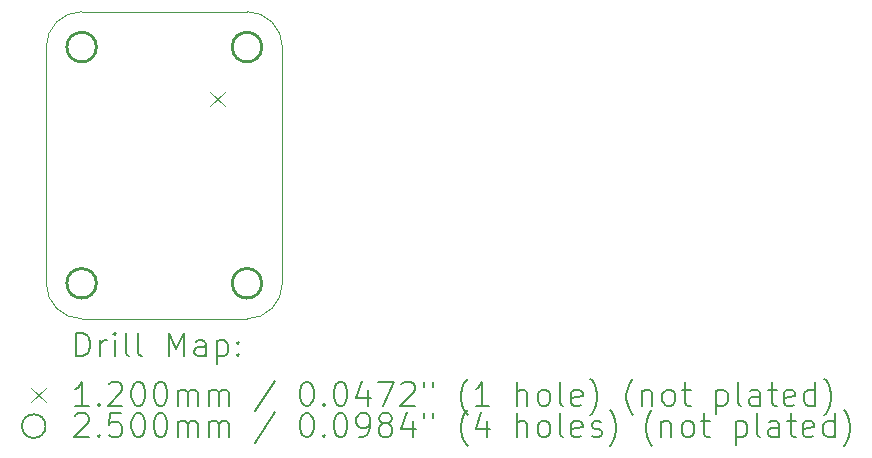
<source format=gbr>
%TF.GenerationSoftware,KiCad,Pcbnew,7.0.8*%
%TF.CreationDate,2023-12-02T16:25:20-07:00*%
%TF.ProjectId,loadcelladapter,6c6f6164-6365-46c6-9c61-646170746572,v1*%
%TF.SameCoordinates,Original*%
%TF.FileFunction,Drillmap*%
%TF.FilePolarity,Positive*%
%FSLAX45Y45*%
G04 Gerber Fmt 4.5, Leading zero omitted, Abs format (unit mm)*
G04 Created by KiCad (PCBNEW 7.0.8) date 2023-12-02 16:25:20*
%MOMM*%
%LPD*%
G01*
G04 APERTURE LIST*
%ADD10C,0.100000*%
%ADD11C,0.200000*%
%ADD12C,0.120000*%
%ADD13C,0.250000*%
G04 APERTURE END LIST*
D10*
X14100000Y-10600000D02*
X15500000Y-10600000D01*
X15800000Y-10900000D02*
X15800000Y-12900000D01*
X15500000Y-13200000D02*
X14100000Y-13200000D01*
X15500000Y-13200000D02*
G75*
G03*
X15800000Y-12900000I0J300000D01*
G01*
X14100000Y-10600000D02*
G75*
G03*
X13800000Y-10900000I0J-300000D01*
G01*
X13800000Y-12900000D02*
X13800000Y-10900000D01*
X15800000Y-10900000D02*
G75*
G03*
X15500000Y-10600000I-300000J0D01*
G01*
X13800000Y-12900000D02*
G75*
G03*
X14100000Y-13200000I300000J0D01*
G01*
D11*
D12*
X15190000Y-11280000D02*
X15310000Y-11400000D01*
X15310000Y-11280000D02*
X15190000Y-11400000D01*
D13*
X14225000Y-10900000D02*
G75*
G03*
X14225000Y-10900000I-125000J0D01*
G01*
X14225000Y-12900000D02*
G75*
G03*
X14225000Y-12900000I-125000J0D01*
G01*
X15625000Y-10900000D02*
G75*
G03*
X15625000Y-10900000I-125000J0D01*
G01*
X15625000Y-12900000D02*
G75*
G03*
X15625000Y-12900000I-125000J0D01*
G01*
D11*
X14055777Y-13516484D02*
X14055777Y-13316484D01*
X14055777Y-13316484D02*
X14103396Y-13316484D01*
X14103396Y-13316484D02*
X14131967Y-13326008D01*
X14131967Y-13326008D02*
X14151015Y-13345055D01*
X14151015Y-13345055D02*
X14160539Y-13364103D01*
X14160539Y-13364103D02*
X14170062Y-13402198D01*
X14170062Y-13402198D02*
X14170062Y-13430769D01*
X14170062Y-13430769D02*
X14160539Y-13468865D01*
X14160539Y-13468865D02*
X14151015Y-13487912D01*
X14151015Y-13487912D02*
X14131967Y-13506960D01*
X14131967Y-13506960D02*
X14103396Y-13516484D01*
X14103396Y-13516484D02*
X14055777Y-13516484D01*
X14255777Y-13516484D02*
X14255777Y-13383150D01*
X14255777Y-13421246D02*
X14265301Y-13402198D01*
X14265301Y-13402198D02*
X14274824Y-13392674D01*
X14274824Y-13392674D02*
X14293872Y-13383150D01*
X14293872Y-13383150D02*
X14312920Y-13383150D01*
X14379586Y-13516484D02*
X14379586Y-13383150D01*
X14379586Y-13316484D02*
X14370062Y-13326008D01*
X14370062Y-13326008D02*
X14379586Y-13335531D01*
X14379586Y-13335531D02*
X14389110Y-13326008D01*
X14389110Y-13326008D02*
X14379586Y-13316484D01*
X14379586Y-13316484D02*
X14379586Y-13335531D01*
X14503396Y-13516484D02*
X14484348Y-13506960D01*
X14484348Y-13506960D02*
X14474824Y-13487912D01*
X14474824Y-13487912D02*
X14474824Y-13316484D01*
X14608158Y-13516484D02*
X14589110Y-13506960D01*
X14589110Y-13506960D02*
X14579586Y-13487912D01*
X14579586Y-13487912D02*
X14579586Y-13316484D01*
X14836729Y-13516484D02*
X14836729Y-13316484D01*
X14836729Y-13316484D02*
X14903396Y-13459341D01*
X14903396Y-13459341D02*
X14970062Y-13316484D01*
X14970062Y-13316484D02*
X14970062Y-13516484D01*
X15151015Y-13516484D02*
X15151015Y-13411722D01*
X15151015Y-13411722D02*
X15141491Y-13392674D01*
X15141491Y-13392674D02*
X15122443Y-13383150D01*
X15122443Y-13383150D02*
X15084348Y-13383150D01*
X15084348Y-13383150D02*
X15065301Y-13392674D01*
X15151015Y-13506960D02*
X15131967Y-13516484D01*
X15131967Y-13516484D02*
X15084348Y-13516484D01*
X15084348Y-13516484D02*
X15065301Y-13506960D01*
X15065301Y-13506960D02*
X15055777Y-13487912D01*
X15055777Y-13487912D02*
X15055777Y-13468865D01*
X15055777Y-13468865D02*
X15065301Y-13449817D01*
X15065301Y-13449817D02*
X15084348Y-13440293D01*
X15084348Y-13440293D02*
X15131967Y-13440293D01*
X15131967Y-13440293D02*
X15151015Y-13430769D01*
X15246253Y-13383150D02*
X15246253Y-13583150D01*
X15246253Y-13392674D02*
X15265301Y-13383150D01*
X15265301Y-13383150D02*
X15303396Y-13383150D01*
X15303396Y-13383150D02*
X15322443Y-13392674D01*
X15322443Y-13392674D02*
X15331967Y-13402198D01*
X15331967Y-13402198D02*
X15341491Y-13421246D01*
X15341491Y-13421246D02*
X15341491Y-13478388D01*
X15341491Y-13478388D02*
X15331967Y-13497436D01*
X15331967Y-13497436D02*
X15322443Y-13506960D01*
X15322443Y-13506960D02*
X15303396Y-13516484D01*
X15303396Y-13516484D02*
X15265301Y-13516484D01*
X15265301Y-13516484D02*
X15246253Y-13506960D01*
X15427205Y-13497436D02*
X15436729Y-13506960D01*
X15436729Y-13506960D02*
X15427205Y-13516484D01*
X15427205Y-13516484D02*
X15417682Y-13506960D01*
X15417682Y-13506960D02*
X15427205Y-13497436D01*
X15427205Y-13497436D02*
X15427205Y-13516484D01*
X15427205Y-13392674D02*
X15436729Y-13402198D01*
X15436729Y-13402198D02*
X15427205Y-13411722D01*
X15427205Y-13411722D02*
X15417682Y-13402198D01*
X15417682Y-13402198D02*
X15427205Y-13392674D01*
X15427205Y-13392674D02*
X15427205Y-13411722D01*
D12*
X13675000Y-13785000D02*
X13795000Y-13905000D01*
X13795000Y-13785000D02*
X13675000Y-13905000D01*
D11*
X14160539Y-13936484D02*
X14046253Y-13936484D01*
X14103396Y-13936484D02*
X14103396Y-13736484D01*
X14103396Y-13736484D02*
X14084348Y-13765055D01*
X14084348Y-13765055D02*
X14065301Y-13784103D01*
X14065301Y-13784103D02*
X14046253Y-13793627D01*
X14246253Y-13917436D02*
X14255777Y-13926960D01*
X14255777Y-13926960D02*
X14246253Y-13936484D01*
X14246253Y-13936484D02*
X14236729Y-13926960D01*
X14236729Y-13926960D02*
X14246253Y-13917436D01*
X14246253Y-13917436D02*
X14246253Y-13936484D01*
X14331967Y-13755531D02*
X14341491Y-13746008D01*
X14341491Y-13746008D02*
X14360539Y-13736484D01*
X14360539Y-13736484D02*
X14408158Y-13736484D01*
X14408158Y-13736484D02*
X14427205Y-13746008D01*
X14427205Y-13746008D02*
X14436729Y-13755531D01*
X14436729Y-13755531D02*
X14446253Y-13774579D01*
X14446253Y-13774579D02*
X14446253Y-13793627D01*
X14446253Y-13793627D02*
X14436729Y-13822198D01*
X14436729Y-13822198D02*
X14322443Y-13936484D01*
X14322443Y-13936484D02*
X14446253Y-13936484D01*
X14570062Y-13736484D02*
X14589110Y-13736484D01*
X14589110Y-13736484D02*
X14608158Y-13746008D01*
X14608158Y-13746008D02*
X14617682Y-13755531D01*
X14617682Y-13755531D02*
X14627205Y-13774579D01*
X14627205Y-13774579D02*
X14636729Y-13812674D01*
X14636729Y-13812674D02*
X14636729Y-13860293D01*
X14636729Y-13860293D02*
X14627205Y-13898388D01*
X14627205Y-13898388D02*
X14617682Y-13917436D01*
X14617682Y-13917436D02*
X14608158Y-13926960D01*
X14608158Y-13926960D02*
X14589110Y-13936484D01*
X14589110Y-13936484D02*
X14570062Y-13936484D01*
X14570062Y-13936484D02*
X14551015Y-13926960D01*
X14551015Y-13926960D02*
X14541491Y-13917436D01*
X14541491Y-13917436D02*
X14531967Y-13898388D01*
X14531967Y-13898388D02*
X14522443Y-13860293D01*
X14522443Y-13860293D02*
X14522443Y-13812674D01*
X14522443Y-13812674D02*
X14531967Y-13774579D01*
X14531967Y-13774579D02*
X14541491Y-13755531D01*
X14541491Y-13755531D02*
X14551015Y-13746008D01*
X14551015Y-13746008D02*
X14570062Y-13736484D01*
X14760539Y-13736484D02*
X14779586Y-13736484D01*
X14779586Y-13736484D02*
X14798634Y-13746008D01*
X14798634Y-13746008D02*
X14808158Y-13755531D01*
X14808158Y-13755531D02*
X14817682Y-13774579D01*
X14817682Y-13774579D02*
X14827205Y-13812674D01*
X14827205Y-13812674D02*
X14827205Y-13860293D01*
X14827205Y-13860293D02*
X14817682Y-13898388D01*
X14817682Y-13898388D02*
X14808158Y-13917436D01*
X14808158Y-13917436D02*
X14798634Y-13926960D01*
X14798634Y-13926960D02*
X14779586Y-13936484D01*
X14779586Y-13936484D02*
X14760539Y-13936484D01*
X14760539Y-13936484D02*
X14741491Y-13926960D01*
X14741491Y-13926960D02*
X14731967Y-13917436D01*
X14731967Y-13917436D02*
X14722443Y-13898388D01*
X14722443Y-13898388D02*
X14712920Y-13860293D01*
X14712920Y-13860293D02*
X14712920Y-13812674D01*
X14712920Y-13812674D02*
X14722443Y-13774579D01*
X14722443Y-13774579D02*
X14731967Y-13755531D01*
X14731967Y-13755531D02*
X14741491Y-13746008D01*
X14741491Y-13746008D02*
X14760539Y-13736484D01*
X14912920Y-13936484D02*
X14912920Y-13803150D01*
X14912920Y-13822198D02*
X14922443Y-13812674D01*
X14922443Y-13812674D02*
X14941491Y-13803150D01*
X14941491Y-13803150D02*
X14970063Y-13803150D01*
X14970063Y-13803150D02*
X14989110Y-13812674D01*
X14989110Y-13812674D02*
X14998634Y-13831722D01*
X14998634Y-13831722D02*
X14998634Y-13936484D01*
X14998634Y-13831722D02*
X15008158Y-13812674D01*
X15008158Y-13812674D02*
X15027205Y-13803150D01*
X15027205Y-13803150D02*
X15055777Y-13803150D01*
X15055777Y-13803150D02*
X15074824Y-13812674D01*
X15074824Y-13812674D02*
X15084348Y-13831722D01*
X15084348Y-13831722D02*
X15084348Y-13936484D01*
X15179586Y-13936484D02*
X15179586Y-13803150D01*
X15179586Y-13822198D02*
X15189110Y-13812674D01*
X15189110Y-13812674D02*
X15208158Y-13803150D01*
X15208158Y-13803150D02*
X15236729Y-13803150D01*
X15236729Y-13803150D02*
X15255777Y-13812674D01*
X15255777Y-13812674D02*
X15265301Y-13831722D01*
X15265301Y-13831722D02*
X15265301Y-13936484D01*
X15265301Y-13831722D02*
X15274824Y-13812674D01*
X15274824Y-13812674D02*
X15293872Y-13803150D01*
X15293872Y-13803150D02*
X15322443Y-13803150D01*
X15322443Y-13803150D02*
X15341491Y-13812674D01*
X15341491Y-13812674D02*
X15351015Y-13831722D01*
X15351015Y-13831722D02*
X15351015Y-13936484D01*
X15741491Y-13726960D02*
X15570063Y-13984103D01*
X15998634Y-13736484D02*
X16017682Y-13736484D01*
X16017682Y-13736484D02*
X16036729Y-13746008D01*
X16036729Y-13746008D02*
X16046253Y-13755531D01*
X16046253Y-13755531D02*
X16055777Y-13774579D01*
X16055777Y-13774579D02*
X16065301Y-13812674D01*
X16065301Y-13812674D02*
X16065301Y-13860293D01*
X16065301Y-13860293D02*
X16055777Y-13898388D01*
X16055777Y-13898388D02*
X16046253Y-13917436D01*
X16046253Y-13917436D02*
X16036729Y-13926960D01*
X16036729Y-13926960D02*
X16017682Y-13936484D01*
X16017682Y-13936484D02*
X15998634Y-13936484D01*
X15998634Y-13936484D02*
X15979586Y-13926960D01*
X15979586Y-13926960D02*
X15970063Y-13917436D01*
X15970063Y-13917436D02*
X15960539Y-13898388D01*
X15960539Y-13898388D02*
X15951015Y-13860293D01*
X15951015Y-13860293D02*
X15951015Y-13812674D01*
X15951015Y-13812674D02*
X15960539Y-13774579D01*
X15960539Y-13774579D02*
X15970063Y-13755531D01*
X15970063Y-13755531D02*
X15979586Y-13746008D01*
X15979586Y-13746008D02*
X15998634Y-13736484D01*
X16151015Y-13917436D02*
X16160539Y-13926960D01*
X16160539Y-13926960D02*
X16151015Y-13936484D01*
X16151015Y-13936484D02*
X16141491Y-13926960D01*
X16141491Y-13926960D02*
X16151015Y-13917436D01*
X16151015Y-13917436D02*
X16151015Y-13936484D01*
X16284348Y-13736484D02*
X16303396Y-13736484D01*
X16303396Y-13736484D02*
X16322444Y-13746008D01*
X16322444Y-13746008D02*
X16331967Y-13755531D01*
X16331967Y-13755531D02*
X16341491Y-13774579D01*
X16341491Y-13774579D02*
X16351015Y-13812674D01*
X16351015Y-13812674D02*
X16351015Y-13860293D01*
X16351015Y-13860293D02*
X16341491Y-13898388D01*
X16341491Y-13898388D02*
X16331967Y-13917436D01*
X16331967Y-13917436D02*
X16322444Y-13926960D01*
X16322444Y-13926960D02*
X16303396Y-13936484D01*
X16303396Y-13936484D02*
X16284348Y-13936484D01*
X16284348Y-13936484D02*
X16265301Y-13926960D01*
X16265301Y-13926960D02*
X16255777Y-13917436D01*
X16255777Y-13917436D02*
X16246253Y-13898388D01*
X16246253Y-13898388D02*
X16236729Y-13860293D01*
X16236729Y-13860293D02*
X16236729Y-13812674D01*
X16236729Y-13812674D02*
X16246253Y-13774579D01*
X16246253Y-13774579D02*
X16255777Y-13755531D01*
X16255777Y-13755531D02*
X16265301Y-13746008D01*
X16265301Y-13746008D02*
X16284348Y-13736484D01*
X16522444Y-13803150D02*
X16522444Y-13936484D01*
X16474825Y-13726960D02*
X16427206Y-13869817D01*
X16427206Y-13869817D02*
X16551015Y-13869817D01*
X16608158Y-13736484D02*
X16741491Y-13736484D01*
X16741491Y-13736484D02*
X16655777Y-13936484D01*
X16808158Y-13755531D02*
X16817682Y-13746008D01*
X16817682Y-13746008D02*
X16836729Y-13736484D01*
X16836729Y-13736484D02*
X16884349Y-13736484D01*
X16884349Y-13736484D02*
X16903396Y-13746008D01*
X16903396Y-13746008D02*
X16912920Y-13755531D01*
X16912920Y-13755531D02*
X16922444Y-13774579D01*
X16922444Y-13774579D02*
X16922444Y-13793627D01*
X16922444Y-13793627D02*
X16912920Y-13822198D01*
X16912920Y-13822198D02*
X16798634Y-13936484D01*
X16798634Y-13936484D02*
X16922444Y-13936484D01*
X16998634Y-13736484D02*
X16998634Y-13774579D01*
X17074825Y-13736484D02*
X17074825Y-13774579D01*
X17370063Y-14012674D02*
X17360539Y-14003150D01*
X17360539Y-14003150D02*
X17341491Y-13974579D01*
X17341491Y-13974579D02*
X17331968Y-13955531D01*
X17331968Y-13955531D02*
X17322444Y-13926960D01*
X17322444Y-13926960D02*
X17312920Y-13879341D01*
X17312920Y-13879341D02*
X17312920Y-13841246D01*
X17312920Y-13841246D02*
X17322444Y-13793627D01*
X17322444Y-13793627D02*
X17331968Y-13765055D01*
X17331968Y-13765055D02*
X17341491Y-13746008D01*
X17341491Y-13746008D02*
X17360539Y-13717436D01*
X17360539Y-13717436D02*
X17370063Y-13707912D01*
X17551015Y-13936484D02*
X17436730Y-13936484D01*
X17493872Y-13936484D02*
X17493872Y-13736484D01*
X17493872Y-13736484D02*
X17474825Y-13765055D01*
X17474825Y-13765055D02*
X17455777Y-13784103D01*
X17455777Y-13784103D02*
X17436730Y-13793627D01*
X17789111Y-13936484D02*
X17789111Y-13736484D01*
X17874825Y-13936484D02*
X17874825Y-13831722D01*
X17874825Y-13831722D02*
X17865301Y-13812674D01*
X17865301Y-13812674D02*
X17846253Y-13803150D01*
X17846253Y-13803150D02*
X17817682Y-13803150D01*
X17817682Y-13803150D02*
X17798634Y-13812674D01*
X17798634Y-13812674D02*
X17789111Y-13822198D01*
X17998634Y-13936484D02*
X17979587Y-13926960D01*
X17979587Y-13926960D02*
X17970063Y-13917436D01*
X17970063Y-13917436D02*
X17960539Y-13898388D01*
X17960539Y-13898388D02*
X17960539Y-13841246D01*
X17960539Y-13841246D02*
X17970063Y-13822198D01*
X17970063Y-13822198D02*
X17979587Y-13812674D01*
X17979587Y-13812674D02*
X17998634Y-13803150D01*
X17998634Y-13803150D02*
X18027206Y-13803150D01*
X18027206Y-13803150D02*
X18046253Y-13812674D01*
X18046253Y-13812674D02*
X18055777Y-13822198D01*
X18055777Y-13822198D02*
X18065301Y-13841246D01*
X18065301Y-13841246D02*
X18065301Y-13898388D01*
X18065301Y-13898388D02*
X18055777Y-13917436D01*
X18055777Y-13917436D02*
X18046253Y-13926960D01*
X18046253Y-13926960D02*
X18027206Y-13936484D01*
X18027206Y-13936484D02*
X17998634Y-13936484D01*
X18179587Y-13936484D02*
X18160539Y-13926960D01*
X18160539Y-13926960D02*
X18151015Y-13907912D01*
X18151015Y-13907912D02*
X18151015Y-13736484D01*
X18331968Y-13926960D02*
X18312920Y-13936484D01*
X18312920Y-13936484D02*
X18274825Y-13936484D01*
X18274825Y-13936484D02*
X18255777Y-13926960D01*
X18255777Y-13926960D02*
X18246253Y-13907912D01*
X18246253Y-13907912D02*
X18246253Y-13831722D01*
X18246253Y-13831722D02*
X18255777Y-13812674D01*
X18255777Y-13812674D02*
X18274825Y-13803150D01*
X18274825Y-13803150D02*
X18312920Y-13803150D01*
X18312920Y-13803150D02*
X18331968Y-13812674D01*
X18331968Y-13812674D02*
X18341492Y-13831722D01*
X18341492Y-13831722D02*
X18341492Y-13850769D01*
X18341492Y-13850769D02*
X18246253Y-13869817D01*
X18408158Y-14012674D02*
X18417682Y-14003150D01*
X18417682Y-14003150D02*
X18436730Y-13974579D01*
X18436730Y-13974579D02*
X18446253Y-13955531D01*
X18446253Y-13955531D02*
X18455777Y-13926960D01*
X18455777Y-13926960D02*
X18465301Y-13879341D01*
X18465301Y-13879341D02*
X18465301Y-13841246D01*
X18465301Y-13841246D02*
X18455777Y-13793627D01*
X18455777Y-13793627D02*
X18446253Y-13765055D01*
X18446253Y-13765055D02*
X18436730Y-13746008D01*
X18436730Y-13746008D02*
X18417682Y-13717436D01*
X18417682Y-13717436D02*
X18408158Y-13707912D01*
X18770063Y-14012674D02*
X18760539Y-14003150D01*
X18760539Y-14003150D02*
X18741492Y-13974579D01*
X18741492Y-13974579D02*
X18731968Y-13955531D01*
X18731968Y-13955531D02*
X18722444Y-13926960D01*
X18722444Y-13926960D02*
X18712920Y-13879341D01*
X18712920Y-13879341D02*
X18712920Y-13841246D01*
X18712920Y-13841246D02*
X18722444Y-13793627D01*
X18722444Y-13793627D02*
X18731968Y-13765055D01*
X18731968Y-13765055D02*
X18741492Y-13746008D01*
X18741492Y-13746008D02*
X18760539Y-13717436D01*
X18760539Y-13717436D02*
X18770063Y-13707912D01*
X18846253Y-13803150D02*
X18846253Y-13936484D01*
X18846253Y-13822198D02*
X18855777Y-13812674D01*
X18855777Y-13812674D02*
X18874825Y-13803150D01*
X18874825Y-13803150D02*
X18903396Y-13803150D01*
X18903396Y-13803150D02*
X18922444Y-13812674D01*
X18922444Y-13812674D02*
X18931968Y-13831722D01*
X18931968Y-13831722D02*
X18931968Y-13936484D01*
X19055777Y-13936484D02*
X19036730Y-13926960D01*
X19036730Y-13926960D02*
X19027206Y-13917436D01*
X19027206Y-13917436D02*
X19017682Y-13898388D01*
X19017682Y-13898388D02*
X19017682Y-13841246D01*
X19017682Y-13841246D02*
X19027206Y-13822198D01*
X19027206Y-13822198D02*
X19036730Y-13812674D01*
X19036730Y-13812674D02*
X19055777Y-13803150D01*
X19055777Y-13803150D02*
X19084349Y-13803150D01*
X19084349Y-13803150D02*
X19103396Y-13812674D01*
X19103396Y-13812674D02*
X19112920Y-13822198D01*
X19112920Y-13822198D02*
X19122444Y-13841246D01*
X19122444Y-13841246D02*
X19122444Y-13898388D01*
X19122444Y-13898388D02*
X19112920Y-13917436D01*
X19112920Y-13917436D02*
X19103396Y-13926960D01*
X19103396Y-13926960D02*
X19084349Y-13936484D01*
X19084349Y-13936484D02*
X19055777Y-13936484D01*
X19179587Y-13803150D02*
X19255777Y-13803150D01*
X19208158Y-13736484D02*
X19208158Y-13907912D01*
X19208158Y-13907912D02*
X19217682Y-13926960D01*
X19217682Y-13926960D02*
X19236730Y-13936484D01*
X19236730Y-13936484D02*
X19255777Y-13936484D01*
X19474825Y-13803150D02*
X19474825Y-14003150D01*
X19474825Y-13812674D02*
X19493873Y-13803150D01*
X19493873Y-13803150D02*
X19531968Y-13803150D01*
X19531968Y-13803150D02*
X19551015Y-13812674D01*
X19551015Y-13812674D02*
X19560539Y-13822198D01*
X19560539Y-13822198D02*
X19570063Y-13841246D01*
X19570063Y-13841246D02*
X19570063Y-13898388D01*
X19570063Y-13898388D02*
X19560539Y-13917436D01*
X19560539Y-13917436D02*
X19551015Y-13926960D01*
X19551015Y-13926960D02*
X19531968Y-13936484D01*
X19531968Y-13936484D02*
X19493873Y-13936484D01*
X19493873Y-13936484D02*
X19474825Y-13926960D01*
X19684349Y-13936484D02*
X19665301Y-13926960D01*
X19665301Y-13926960D02*
X19655777Y-13907912D01*
X19655777Y-13907912D02*
X19655777Y-13736484D01*
X19846254Y-13936484D02*
X19846254Y-13831722D01*
X19846254Y-13831722D02*
X19836730Y-13812674D01*
X19836730Y-13812674D02*
X19817682Y-13803150D01*
X19817682Y-13803150D02*
X19779587Y-13803150D01*
X19779587Y-13803150D02*
X19760539Y-13812674D01*
X19846254Y-13926960D02*
X19827206Y-13936484D01*
X19827206Y-13936484D02*
X19779587Y-13936484D01*
X19779587Y-13936484D02*
X19760539Y-13926960D01*
X19760539Y-13926960D02*
X19751015Y-13907912D01*
X19751015Y-13907912D02*
X19751015Y-13888865D01*
X19751015Y-13888865D02*
X19760539Y-13869817D01*
X19760539Y-13869817D02*
X19779587Y-13860293D01*
X19779587Y-13860293D02*
X19827206Y-13860293D01*
X19827206Y-13860293D02*
X19846254Y-13850769D01*
X19912920Y-13803150D02*
X19989111Y-13803150D01*
X19941492Y-13736484D02*
X19941492Y-13907912D01*
X19941492Y-13907912D02*
X19951015Y-13926960D01*
X19951015Y-13926960D02*
X19970063Y-13936484D01*
X19970063Y-13936484D02*
X19989111Y-13936484D01*
X20131968Y-13926960D02*
X20112920Y-13936484D01*
X20112920Y-13936484D02*
X20074825Y-13936484D01*
X20074825Y-13936484D02*
X20055777Y-13926960D01*
X20055777Y-13926960D02*
X20046254Y-13907912D01*
X20046254Y-13907912D02*
X20046254Y-13831722D01*
X20046254Y-13831722D02*
X20055777Y-13812674D01*
X20055777Y-13812674D02*
X20074825Y-13803150D01*
X20074825Y-13803150D02*
X20112920Y-13803150D01*
X20112920Y-13803150D02*
X20131968Y-13812674D01*
X20131968Y-13812674D02*
X20141492Y-13831722D01*
X20141492Y-13831722D02*
X20141492Y-13850769D01*
X20141492Y-13850769D02*
X20046254Y-13869817D01*
X20312920Y-13936484D02*
X20312920Y-13736484D01*
X20312920Y-13926960D02*
X20293873Y-13936484D01*
X20293873Y-13936484D02*
X20255777Y-13936484D01*
X20255777Y-13936484D02*
X20236730Y-13926960D01*
X20236730Y-13926960D02*
X20227206Y-13917436D01*
X20227206Y-13917436D02*
X20217682Y-13898388D01*
X20217682Y-13898388D02*
X20217682Y-13841246D01*
X20217682Y-13841246D02*
X20227206Y-13822198D01*
X20227206Y-13822198D02*
X20236730Y-13812674D01*
X20236730Y-13812674D02*
X20255777Y-13803150D01*
X20255777Y-13803150D02*
X20293873Y-13803150D01*
X20293873Y-13803150D02*
X20312920Y-13812674D01*
X20389111Y-14012674D02*
X20398635Y-14003150D01*
X20398635Y-14003150D02*
X20417682Y-13974579D01*
X20417682Y-13974579D02*
X20427206Y-13955531D01*
X20427206Y-13955531D02*
X20436730Y-13926960D01*
X20436730Y-13926960D02*
X20446254Y-13879341D01*
X20446254Y-13879341D02*
X20446254Y-13841246D01*
X20446254Y-13841246D02*
X20436730Y-13793627D01*
X20436730Y-13793627D02*
X20427206Y-13765055D01*
X20427206Y-13765055D02*
X20417682Y-13746008D01*
X20417682Y-13746008D02*
X20398635Y-13717436D01*
X20398635Y-13717436D02*
X20389111Y-13707912D01*
X13795000Y-14109000D02*
G75*
G03*
X13795000Y-14109000I-100000J0D01*
G01*
X14046253Y-14019531D02*
X14055777Y-14010008D01*
X14055777Y-14010008D02*
X14074824Y-14000484D01*
X14074824Y-14000484D02*
X14122443Y-14000484D01*
X14122443Y-14000484D02*
X14141491Y-14010008D01*
X14141491Y-14010008D02*
X14151015Y-14019531D01*
X14151015Y-14019531D02*
X14160539Y-14038579D01*
X14160539Y-14038579D02*
X14160539Y-14057627D01*
X14160539Y-14057627D02*
X14151015Y-14086198D01*
X14151015Y-14086198D02*
X14036729Y-14200484D01*
X14036729Y-14200484D02*
X14160539Y-14200484D01*
X14246253Y-14181436D02*
X14255777Y-14190960D01*
X14255777Y-14190960D02*
X14246253Y-14200484D01*
X14246253Y-14200484D02*
X14236729Y-14190960D01*
X14236729Y-14190960D02*
X14246253Y-14181436D01*
X14246253Y-14181436D02*
X14246253Y-14200484D01*
X14436729Y-14000484D02*
X14341491Y-14000484D01*
X14341491Y-14000484D02*
X14331967Y-14095722D01*
X14331967Y-14095722D02*
X14341491Y-14086198D01*
X14341491Y-14086198D02*
X14360539Y-14076674D01*
X14360539Y-14076674D02*
X14408158Y-14076674D01*
X14408158Y-14076674D02*
X14427205Y-14086198D01*
X14427205Y-14086198D02*
X14436729Y-14095722D01*
X14436729Y-14095722D02*
X14446253Y-14114769D01*
X14446253Y-14114769D02*
X14446253Y-14162388D01*
X14446253Y-14162388D02*
X14436729Y-14181436D01*
X14436729Y-14181436D02*
X14427205Y-14190960D01*
X14427205Y-14190960D02*
X14408158Y-14200484D01*
X14408158Y-14200484D02*
X14360539Y-14200484D01*
X14360539Y-14200484D02*
X14341491Y-14190960D01*
X14341491Y-14190960D02*
X14331967Y-14181436D01*
X14570062Y-14000484D02*
X14589110Y-14000484D01*
X14589110Y-14000484D02*
X14608158Y-14010008D01*
X14608158Y-14010008D02*
X14617682Y-14019531D01*
X14617682Y-14019531D02*
X14627205Y-14038579D01*
X14627205Y-14038579D02*
X14636729Y-14076674D01*
X14636729Y-14076674D02*
X14636729Y-14124293D01*
X14636729Y-14124293D02*
X14627205Y-14162388D01*
X14627205Y-14162388D02*
X14617682Y-14181436D01*
X14617682Y-14181436D02*
X14608158Y-14190960D01*
X14608158Y-14190960D02*
X14589110Y-14200484D01*
X14589110Y-14200484D02*
X14570062Y-14200484D01*
X14570062Y-14200484D02*
X14551015Y-14190960D01*
X14551015Y-14190960D02*
X14541491Y-14181436D01*
X14541491Y-14181436D02*
X14531967Y-14162388D01*
X14531967Y-14162388D02*
X14522443Y-14124293D01*
X14522443Y-14124293D02*
X14522443Y-14076674D01*
X14522443Y-14076674D02*
X14531967Y-14038579D01*
X14531967Y-14038579D02*
X14541491Y-14019531D01*
X14541491Y-14019531D02*
X14551015Y-14010008D01*
X14551015Y-14010008D02*
X14570062Y-14000484D01*
X14760539Y-14000484D02*
X14779586Y-14000484D01*
X14779586Y-14000484D02*
X14798634Y-14010008D01*
X14798634Y-14010008D02*
X14808158Y-14019531D01*
X14808158Y-14019531D02*
X14817682Y-14038579D01*
X14817682Y-14038579D02*
X14827205Y-14076674D01*
X14827205Y-14076674D02*
X14827205Y-14124293D01*
X14827205Y-14124293D02*
X14817682Y-14162388D01*
X14817682Y-14162388D02*
X14808158Y-14181436D01*
X14808158Y-14181436D02*
X14798634Y-14190960D01*
X14798634Y-14190960D02*
X14779586Y-14200484D01*
X14779586Y-14200484D02*
X14760539Y-14200484D01*
X14760539Y-14200484D02*
X14741491Y-14190960D01*
X14741491Y-14190960D02*
X14731967Y-14181436D01*
X14731967Y-14181436D02*
X14722443Y-14162388D01*
X14722443Y-14162388D02*
X14712920Y-14124293D01*
X14712920Y-14124293D02*
X14712920Y-14076674D01*
X14712920Y-14076674D02*
X14722443Y-14038579D01*
X14722443Y-14038579D02*
X14731967Y-14019531D01*
X14731967Y-14019531D02*
X14741491Y-14010008D01*
X14741491Y-14010008D02*
X14760539Y-14000484D01*
X14912920Y-14200484D02*
X14912920Y-14067150D01*
X14912920Y-14086198D02*
X14922443Y-14076674D01*
X14922443Y-14076674D02*
X14941491Y-14067150D01*
X14941491Y-14067150D02*
X14970063Y-14067150D01*
X14970063Y-14067150D02*
X14989110Y-14076674D01*
X14989110Y-14076674D02*
X14998634Y-14095722D01*
X14998634Y-14095722D02*
X14998634Y-14200484D01*
X14998634Y-14095722D02*
X15008158Y-14076674D01*
X15008158Y-14076674D02*
X15027205Y-14067150D01*
X15027205Y-14067150D02*
X15055777Y-14067150D01*
X15055777Y-14067150D02*
X15074824Y-14076674D01*
X15074824Y-14076674D02*
X15084348Y-14095722D01*
X15084348Y-14095722D02*
X15084348Y-14200484D01*
X15179586Y-14200484D02*
X15179586Y-14067150D01*
X15179586Y-14086198D02*
X15189110Y-14076674D01*
X15189110Y-14076674D02*
X15208158Y-14067150D01*
X15208158Y-14067150D02*
X15236729Y-14067150D01*
X15236729Y-14067150D02*
X15255777Y-14076674D01*
X15255777Y-14076674D02*
X15265301Y-14095722D01*
X15265301Y-14095722D02*
X15265301Y-14200484D01*
X15265301Y-14095722D02*
X15274824Y-14076674D01*
X15274824Y-14076674D02*
X15293872Y-14067150D01*
X15293872Y-14067150D02*
X15322443Y-14067150D01*
X15322443Y-14067150D02*
X15341491Y-14076674D01*
X15341491Y-14076674D02*
X15351015Y-14095722D01*
X15351015Y-14095722D02*
X15351015Y-14200484D01*
X15741491Y-13990960D02*
X15570063Y-14248103D01*
X15998634Y-14000484D02*
X16017682Y-14000484D01*
X16017682Y-14000484D02*
X16036729Y-14010008D01*
X16036729Y-14010008D02*
X16046253Y-14019531D01*
X16046253Y-14019531D02*
X16055777Y-14038579D01*
X16055777Y-14038579D02*
X16065301Y-14076674D01*
X16065301Y-14076674D02*
X16065301Y-14124293D01*
X16065301Y-14124293D02*
X16055777Y-14162388D01*
X16055777Y-14162388D02*
X16046253Y-14181436D01*
X16046253Y-14181436D02*
X16036729Y-14190960D01*
X16036729Y-14190960D02*
X16017682Y-14200484D01*
X16017682Y-14200484D02*
X15998634Y-14200484D01*
X15998634Y-14200484D02*
X15979586Y-14190960D01*
X15979586Y-14190960D02*
X15970063Y-14181436D01*
X15970063Y-14181436D02*
X15960539Y-14162388D01*
X15960539Y-14162388D02*
X15951015Y-14124293D01*
X15951015Y-14124293D02*
X15951015Y-14076674D01*
X15951015Y-14076674D02*
X15960539Y-14038579D01*
X15960539Y-14038579D02*
X15970063Y-14019531D01*
X15970063Y-14019531D02*
X15979586Y-14010008D01*
X15979586Y-14010008D02*
X15998634Y-14000484D01*
X16151015Y-14181436D02*
X16160539Y-14190960D01*
X16160539Y-14190960D02*
X16151015Y-14200484D01*
X16151015Y-14200484D02*
X16141491Y-14190960D01*
X16141491Y-14190960D02*
X16151015Y-14181436D01*
X16151015Y-14181436D02*
X16151015Y-14200484D01*
X16284348Y-14000484D02*
X16303396Y-14000484D01*
X16303396Y-14000484D02*
X16322444Y-14010008D01*
X16322444Y-14010008D02*
X16331967Y-14019531D01*
X16331967Y-14019531D02*
X16341491Y-14038579D01*
X16341491Y-14038579D02*
X16351015Y-14076674D01*
X16351015Y-14076674D02*
X16351015Y-14124293D01*
X16351015Y-14124293D02*
X16341491Y-14162388D01*
X16341491Y-14162388D02*
X16331967Y-14181436D01*
X16331967Y-14181436D02*
X16322444Y-14190960D01*
X16322444Y-14190960D02*
X16303396Y-14200484D01*
X16303396Y-14200484D02*
X16284348Y-14200484D01*
X16284348Y-14200484D02*
X16265301Y-14190960D01*
X16265301Y-14190960D02*
X16255777Y-14181436D01*
X16255777Y-14181436D02*
X16246253Y-14162388D01*
X16246253Y-14162388D02*
X16236729Y-14124293D01*
X16236729Y-14124293D02*
X16236729Y-14076674D01*
X16236729Y-14076674D02*
X16246253Y-14038579D01*
X16246253Y-14038579D02*
X16255777Y-14019531D01*
X16255777Y-14019531D02*
X16265301Y-14010008D01*
X16265301Y-14010008D02*
X16284348Y-14000484D01*
X16446253Y-14200484D02*
X16484348Y-14200484D01*
X16484348Y-14200484D02*
X16503396Y-14190960D01*
X16503396Y-14190960D02*
X16512920Y-14181436D01*
X16512920Y-14181436D02*
X16531967Y-14152865D01*
X16531967Y-14152865D02*
X16541491Y-14114769D01*
X16541491Y-14114769D02*
X16541491Y-14038579D01*
X16541491Y-14038579D02*
X16531967Y-14019531D01*
X16531967Y-14019531D02*
X16522444Y-14010008D01*
X16522444Y-14010008D02*
X16503396Y-14000484D01*
X16503396Y-14000484D02*
X16465301Y-14000484D01*
X16465301Y-14000484D02*
X16446253Y-14010008D01*
X16446253Y-14010008D02*
X16436729Y-14019531D01*
X16436729Y-14019531D02*
X16427206Y-14038579D01*
X16427206Y-14038579D02*
X16427206Y-14086198D01*
X16427206Y-14086198D02*
X16436729Y-14105246D01*
X16436729Y-14105246D02*
X16446253Y-14114769D01*
X16446253Y-14114769D02*
X16465301Y-14124293D01*
X16465301Y-14124293D02*
X16503396Y-14124293D01*
X16503396Y-14124293D02*
X16522444Y-14114769D01*
X16522444Y-14114769D02*
X16531967Y-14105246D01*
X16531967Y-14105246D02*
X16541491Y-14086198D01*
X16655777Y-14086198D02*
X16636729Y-14076674D01*
X16636729Y-14076674D02*
X16627206Y-14067150D01*
X16627206Y-14067150D02*
X16617682Y-14048103D01*
X16617682Y-14048103D02*
X16617682Y-14038579D01*
X16617682Y-14038579D02*
X16627206Y-14019531D01*
X16627206Y-14019531D02*
X16636729Y-14010008D01*
X16636729Y-14010008D02*
X16655777Y-14000484D01*
X16655777Y-14000484D02*
X16693872Y-14000484D01*
X16693872Y-14000484D02*
X16712920Y-14010008D01*
X16712920Y-14010008D02*
X16722444Y-14019531D01*
X16722444Y-14019531D02*
X16731967Y-14038579D01*
X16731967Y-14038579D02*
X16731967Y-14048103D01*
X16731967Y-14048103D02*
X16722444Y-14067150D01*
X16722444Y-14067150D02*
X16712920Y-14076674D01*
X16712920Y-14076674D02*
X16693872Y-14086198D01*
X16693872Y-14086198D02*
X16655777Y-14086198D01*
X16655777Y-14086198D02*
X16636729Y-14095722D01*
X16636729Y-14095722D02*
X16627206Y-14105246D01*
X16627206Y-14105246D02*
X16617682Y-14124293D01*
X16617682Y-14124293D02*
X16617682Y-14162388D01*
X16617682Y-14162388D02*
X16627206Y-14181436D01*
X16627206Y-14181436D02*
X16636729Y-14190960D01*
X16636729Y-14190960D02*
X16655777Y-14200484D01*
X16655777Y-14200484D02*
X16693872Y-14200484D01*
X16693872Y-14200484D02*
X16712920Y-14190960D01*
X16712920Y-14190960D02*
X16722444Y-14181436D01*
X16722444Y-14181436D02*
X16731967Y-14162388D01*
X16731967Y-14162388D02*
X16731967Y-14124293D01*
X16731967Y-14124293D02*
X16722444Y-14105246D01*
X16722444Y-14105246D02*
X16712920Y-14095722D01*
X16712920Y-14095722D02*
X16693872Y-14086198D01*
X16903396Y-14067150D02*
X16903396Y-14200484D01*
X16855777Y-13990960D02*
X16808158Y-14133817D01*
X16808158Y-14133817D02*
X16931968Y-14133817D01*
X16998634Y-14000484D02*
X16998634Y-14038579D01*
X17074825Y-14000484D02*
X17074825Y-14038579D01*
X17370063Y-14276674D02*
X17360539Y-14267150D01*
X17360539Y-14267150D02*
X17341491Y-14238579D01*
X17341491Y-14238579D02*
X17331968Y-14219531D01*
X17331968Y-14219531D02*
X17322444Y-14190960D01*
X17322444Y-14190960D02*
X17312920Y-14143341D01*
X17312920Y-14143341D02*
X17312920Y-14105246D01*
X17312920Y-14105246D02*
X17322444Y-14057627D01*
X17322444Y-14057627D02*
X17331968Y-14029055D01*
X17331968Y-14029055D02*
X17341491Y-14010008D01*
X17341491Y-14010008D02*
X17360539Y-13981436D01*
X17360539Y-13981436D02*
X17370063Y-13971912D01*
X17531968Y-14067150D02*
X17531968Y-14200484D01*
X17484349Y-13990960D02*
X17436730Y-14133817D01*
X17436730Y-14133817D02*
X17560539Y-14133817D01*
X17789111Y-14200484D02*
X17789111Y-14000484D01*
X17874825Y-14200484D02*
X17874825Y-14095722D01*
X17874825Y-14095722D02*
X17865301Y-14076674D01*
X17865301Y-14076674D02*
X17846253Y-14067150D01*
X17846253Y-14067150D02*
X17817682Y-14067150D01*
X17817682Y-14067150D02*
X17798634Y-14076674D01*
X17798634Y-14076674D02*
X17789111Y-14086198D01*
X17998634Y-14200484D02*
X17979587Y-14190960D01*
X17979587Y-14190960D02*
X17970063Y-14181436D01*
X17970063Y-14181436D02*
X17960539Y-14162388D01*
X17960539Y-14162388D02*
X17960539Y-14105246D01*
X17960539Y-14105246D02*
X17970063Y-14086198D01*
X17970063Y-14086198D02*
X17979587Y-14076674D01*
X17979587Y-14076674D02*
X17998634Y-14067150D01*
X17998634Y-14067150D02*
X18027206Y-14067150D01*
X18027206Y-14067150D02*
X18046253Y-14076674D01*
X18046253Y-14076674D02*
X18055777Y-14086198D01*
X18055777Y-14086198D02*
X18065301Y-14105246D01*
X18065301Y-14105246D02*
X18065301Y-14162388D01*
X18065301Y-14162388D02*
X18055777Y-14181436D01*
X18055777Y-14181436D02*
X18046253Y-14190960D01*
X18046253Y-14190960D02*
X18027206Y-14200484D01*
X18027206Y-14200484D02*
X17998634Y-14200484D01*
X18179587Y-14200484D02*
X18160539Y-14190960D01*
X18160539Y-14190960D02*
X18151015Y-14171912D01*
X18151015Y-14171912D02*
X18151015Y-14000484D01*
X18331968Y-14190960D02*
X18312920Y-14200484D01*
X18312920Y-14200484D02*
X18274825Y-14200484D01*
X18274825Y-14200484D02*
X18255777Y-14190960D01*
X18255777Y-14190960D02*
X18246253Y-14171912D01*
X18246253Y-14171912D02*
X18246253Y-14095722D01*
X18246253Y-14095722D02*
X18255777Y-14076674D01*
X18255777Y-14076674D02*
X18274825Y-14067150D01*
X18274825Y-14067150D02*
X18312920Y-14067150D01*
X18312920Y-14067150D02*
X18331968Y-14076674D01*
X18331968Y-14076674D02*
X18341492Y-14095722D01*
X18341492Y-14095722D02*
X18341492Y-14114769D01*
X18341492Y-14114769D02*
X18246253Y-14133817D01*
X18417682Y-14190960D02*
X18436730Y-14200484D01*
X18436730Y-14200484D02*
X18474825Y-14200484D01*
X18474825Y-14200484D02*
X18493873Y-14190960D01*
X18493873Y-14190960D02*
X18503396Y-14171912D01*
X18503396Y-14171912D02*
X18503396Y-14162388D01*
X18503396Y-14162388D02*
X18493873Y-14143341D01*
X18493873Y-14143341D02*
X18474825Y-14133817D01*
X18474825Y-14133817D02*
X18446253Y-14133817D01*
X18446253Y-14133817D02*
X18427206Y-14124293D01*
X18427206Y-14124293D02*
X18417682Y-14105246D01*
X18417682Y-14105246D02*
X18417682Y-14095722D01*
X18417682Y-14095722D02*
X18427206Y-14076674D01*
X18427206Y-14076674D02*
X18446253Y-14067150D01*
X18446253Y-14067150D02*
X18474825Y-14067150D01*
X18474825Y-14067150D02*
X18493873Y-14076674D01*
X18570063Y-14276674D02*
X18579587Y-14267150D01*
X18579587Y-14267150D02*
X18598634Y-14238579D01*
X18598634Y-14238579D02*
X18608158Y-14219531D01*
X18608158Y-14219531D02*
X18617682Y-14190960D01*
X18617682Y-14190960D02*
X18627206Y-14143341D01*
X18627206Y-14143341D02*
X18627206Y-14105246D01*
X18627206Y-14105246D02*
X18617682Y-14057627D01*
X18617682Y-14057627D02*
X18608158Y-14029055D01*
X18608158Y-14029055D02*
X18598634Y-14010008D01*
X18598634Y-14010008D02*
X18579587Y-13981436D01*
X18579587Y-13981436D02*
X18570063Y-13971912D01*
X18931968Y-14276674D02*
X18922444Y-14267150D01*
X18922444Y-14267150D02*
X18903396Y-14238579D01*
X18903396Y-14238579D02*
X18893873Y-14219531D01*
X18893873Y-14219531D02*
X18884349Y-14190960D01*
X18884349Y-14190960D02*
X18874825Y-14143341D01*
X18874825Y-14143341D02*
X18874825Y-14105246D01*
X18874825Y-14105246D02*
X18884349Y-14057627D01*
X18884349Y-14057627D02*
X18893873Y-14029055D01*
X18893873Y-14029055D02*
X18903396Y-14010008D01*
X18903396Y-14010008D02*
X18922444Y-13981436D01*
X18922444Y-13981436D02*
X18931968Y-13971912D01*
X19008158Y-14067150D02*
X19008158Y-14200484D01*
X19008158Y-14086198D02*
X19017682Y-14076674D01*
X19017682Y-14076674D02*
X19036730Y-14067150D01*
X19036730Y-14067150D02*
X19065301Y-14067150D01*
X19065301Y-14067150D02*
X19084349Y-14076674D01*
X19084349Y-14076674D02*
X19093873Y-14095722D01*
X19093873Y-14095722D02*
X19093873Y-14200484D01*
X19217682Y-14200484D02*
X19198634Y-14190960D01*
X19198634Y-14190960D02*
X19189111Y-14181436D01*
X19189111Y-14181436D02*
X19179587Y-14162388D01*
X19179587Y-14162388D02*
X19179587Y-14105246D01*
X19179587Y-14105246D02*
X19189111Y-14086198D01*
X19189111Y-14086198D02*
X19198634Y-14076674D01*
X19198634Y-14076674D02*
X19217682Y-14067150D01*
X19217682Y-14067150D02*
X19246254Y-14067150D01*
X19246254Y-14067150D02*
X19265301Y-14076674D01*
X19265301Y-14076674D02*
X19274825Y-14086198D01*
X19274825Y-14086198D02*
X19284349Y-14105246D01*
X19284349Y-14105246D02*
X19284349Y-14162388D01*
X19284349Y-14162388D02*
X19274825Y-14181436D01*
X19274825Y-14181436D02*
X19265301Y-14190960D01*
X19265301Y-14190960D02*
X19246254Y-14200484D01*
X19246254Y-14200484D02*
X19217682Y-14200484D01*
X19341492Y-14067150D02*
X19417682Y-14067150D01*
X19370063Y-14000484D02*
X19370063Y-14171912D01*
X19370063Y-14171912D02*
X19379587Y-14190960D01*
X19379587Y-14190960D02*
X19398634Y-14200484D01*
X19398634Y-14200484D02*
X19417682Y-14200484D01*
X19636730Y-14067150D02*
X19636730Y-14267150D01*
X19636730Y-14076674D02*
X19655777Y-14067150D01*
X19655777Y-14067150D02*
X19693873Y-14067150D01*
X19693873Y-14067150D02*
X19712920Y-14076674D01*
X19712920Y-14076674D02*
X19722444Y-14086198D01*
X19722444Y-14086198D02*
X19731968Y-14105246D01*
X19731968Y-14105246D02*
X19731968Y-14162388D01*
X19731968Y-14162388D02*
X19722444Y-14181436D01*
X19722444Y-14181436D02*
X19712920Y-14190960D01*
X19712920Y-14190960D02*
X19693873Y-14200484D01*
X19693873Y-14200484D02*
X19655777Y-14200484D01*
X19655777Y-14200484D02*
X19636730Y-14190960D01*
X19846254Y-14200484D02*
X19827206Y-14190960D01*
X19827206Y-14190960D02*
X19817682Y-14171912D01*
X19817682Y-14171912D02*
X19817682Y-14000484D01*
X20008158Y-14200484D02*
X20008158Y-14095722D01*
X20008158Y-14095722D02*
X19998635Y-14076674D01*
X19998635Y-14076674D02*
X19979587Y-14067150D01*
X19979587Y-14067150D02*
X19941492Y-14067150D01*
X19941492Y-14067150D02*
X19922444Y-14076674D01*
X20008158Y-14190960D02*
X19989111Y-14200484D01*
X19989111Y-14200484D02*
X19941492Y-14200484D01*
X19941492Y-14200484D02*
X19922444Y-14190960D01*
X19922444Y-14190960D02*
X19912920Y-14171912D01*
X19912920Y-14171912D02*
X19912920Y-14152865D01*
X19912920Y-14152865D02*
X19922444Y-14133817D01*
X19922444Y-14133817D02*
X19941492Y-14124293D01*
X19941492Y-14124293D02*
X19989111Y-14124293D01*
X19989111Y-14124293D02*
X20008158Y-14114769D01*
X20074825Y-14067150D02*
X20151015Y-14067150D01*
X20103396Y-14000484D02*
X20103396Y-14171912D01*
X20103396Y-14171912D02*
X20112920Y-14190960D01*
X20112920Y-14190960D02*
X20131968Y-14200484D01*
X20131968Y-14200484D02*
X20151015Y-14200484D01*
X20293873Y-14190960D02*
X20274825Y-14200484D01*
X20274825Y-14200484D02*
X20236730Y-14200484D01*
X20236730Y-14200484D02*
X20217682Y-14190960D01*
X20217682Y-14190960D02*
X20208158Y-14171912D01*
X20208158Y-14171912D02*
X20208158Y-14095722D01*
X20208158Y-14095722D02*
X20217682Y-14076674D01*
X20217682Y-14076674D02*
X20236730Y-14067150D01*
X20236730Y-14067150D02*
X20274825Y-14067150D01*
X20274825Y-14067150D02*
X20293873Y-14076674D01*
X20293873Y-14076674D02*
X20303396Y-14095722D01*
X20303396Y-14095722D02*
X20303396Y-14114769D01*
X20303396Y-14114769D02*
X20208158Y-14133817D01*
X20474825Y-14200484D02*
X20474825Y-14000484D01*
X20474825Y-14190960D02*
X20455777Y-14200484D01*
X20455777Y-14200484D02*
X20417682Y-14200484D01*
X20417682Y-14200484D02*
X20398635Y-14190960D01*
X20398635Y-14190960D02*
X20389111Y-14181436D01*
X20389111Y-14181436D02*
X20379587Y-14162388D01*
X20379587Y-14162388D02*
X20379587Y-14105246D01*
X20379587Y-14105246D02*
X20389111Y-14086198D01*
X20389111Y-14086198D02*
X20398635Y-14076674D01*
X20398635Y-14076674D02*
X20417682Y-14067150D01*
X20417682Y-14067150D02*
X20455777Y-14067150D01*
X20455777Y-14067150D02*
X20474825Y-14076674D01*
X20551016Y-14276674D02*
X20560539Y-14267150D01*
X20560539Y-14267150D02*
X20579587Y-14238579D01*
X20579587Y-14238579D02*
X20589111Y-14219531D01*
X20589111Y-14219531D02*
X20598635Y-14190960D01*
X20598635Y-14190960D02*
X20608158Y-14143341D01*
X20608158Y-14143341D02*
X20608158Y-14105246D01*
X20608158Y-14105246D02*
X20598635Y-14057627D01*
X20598635Y-14057627D02*
X20589111Y-14029055D01*
X20589111Y-14029055D02*
X20579587Y-14010008D01*
X20579587Y-14010008D02*
X20560539Y-13981436D01*
X20560539Y-13981436D02*
X20551016Y-13971912D01*
M02*

</source>
